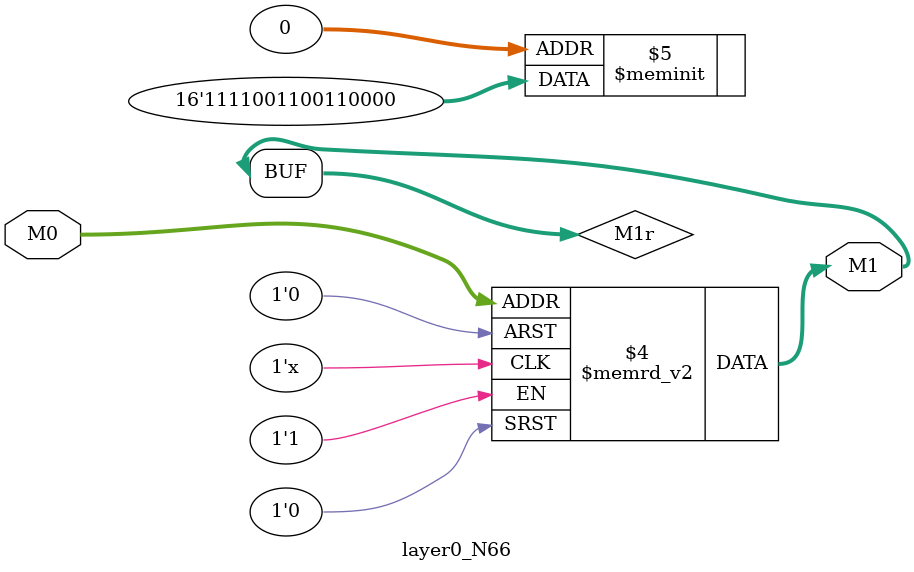
<source format=v>
module layer0_N66 ( input [2:0] M0, output [1:0] M1 );

	(*rom_style = "distributed" *) reg [1:0] M1r;
	assign M1 = M1r;
	always @ (M0) begin
		case (M0)
			3'b000: M1r = 2'b00;
			3'b100: M1r = 2'b11;
			3'b010: M1r = 2'b11;
			3'b110: M1r = 2'b11;
			3'b001: M1r = 2'b00;
			3'b101: M1r = 2'b00;
			3'b011: M1r = 2'b00;
			3'b111: M1r = 2'b11;

		endcase
	end
endmodule

</source>
